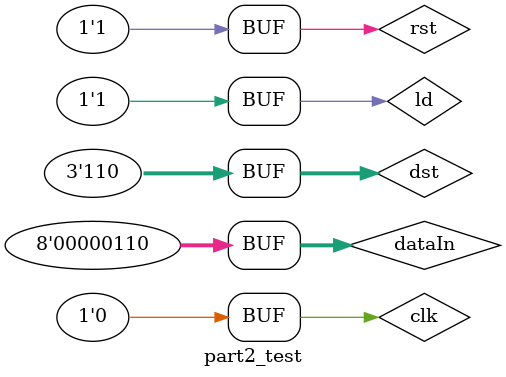
<source format=v>
`timescale 1ns / 1ps


module part2_test();
    reg [2:0] dst; 
    reg ld, clk, rst;
    reg [7:0] dataIn;
    wire [7:0] regOut_0,regOut_1,regOut_2,regOut_3, regOut_4, regOut_5, regOut_6;
    
    part2 uut(dst,ld,clk,rst,dataIn,regOut_0,regOut_1,regOut_2,regOut_3, regOut_4, regOut_5, regOut_6);
    initial begin
    rst=1; clk=0; #50;
    rst=0; clk=1; #50;
    clk=0; ld=1; #50; clk=1; #50;clk=0; #50;
    clk=1; rst =1;dataIn=8'b00000000; dst=3'b000; #50;
    clk=0; #50;
    clk=1; dataIn=8'b00000001;dst=3'b001; #50;
    clk=0; #50;
    clk=1; dataIn=8'b00000010;dst=3'b010; #50;
    clk=0; #50;
    rst=0; clk=1; #50;
    clk=0; #50;
    clk=1; rst=1; dataIn=8'b00000011;dst=3'b011; #50;
    clk=0; #50;
    clk=1; dataIn=8'b00000100;dst=3'b100; #50;
    clk=0; #50;
    clk=1; dataIn=8'b00000101;dst=3'b101; #50;
    clk=0; #50;
    clk=1; dataIn=8'b000000110;dst=3'b110; #50;
    clk=0; #50;
    end


endmodule

</source>
